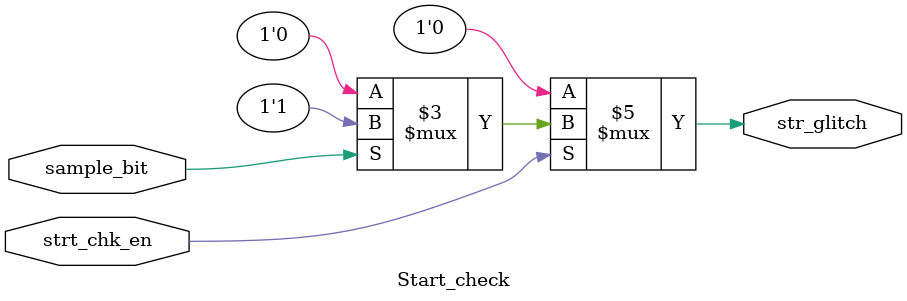
<source format=v>
`timescale 1ns / 1ps


module Start_check(
      input strt_chk_en,
      input sample_bit,
      output reg str_glitch
    );
    always @(*)
    begin
        if (strt_chk_en)
         begin str_glitch <= (sample_bit == 1'b0)? 1'b0 : 1'b1; end
        else
          begin  str_glitch <= 1'b0 ; end
    end  
 
  
endmodule

</source>
